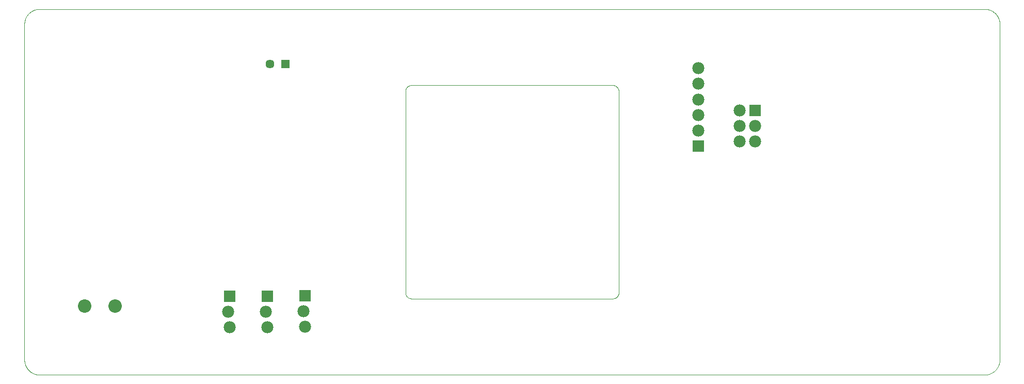
<source format=gbs>
G75*
%MOIN*%
%OFA0B0*%
%FSLAX25Y25*%
%IPPOS*%
%LPD*%
%AMOC8*
5,1,8,0,0,1.08239X$1,22.5*
%
%ADD10C,0.00039*%
%ADD11C,0.00000*%
%ADD12R,0.07800X0.07800*%
%ADD13C,0.07800*%
%ADD14C,0.08668*%
%ADD15R,0.05715X0.05715*%
%ADD16C,0.05715*%
%ADD17R,0.07782X0.07782*%
%ADD18C,0.07782*%
D10*
X0032245Y0014343D02*
X0032245Y0230878D01*
X0032244Y0230878D02*
X0032247Y0231116D01*
X0032255Y0231354D01*
X0032270Y0231591D01*
X0032290Y0231828D01*
X0032316Y0232064D01*
X0032347Y0232300D01*
X0032384Y0232535D01*
X0032427Y0232769D01*
X0032476Y0233002D01*
X0032530Y0233234D01*
X0032590Y0233464D01*
X0032655Y0233693D01*
X0032726Y0233920D01*
X0032802Y0234145D01*
X0032884Y0234368D01*
X0032971Y0234590D01*
X0033063Y0234809D01*
X0033161Y0235026D01*
X0033263Y0235240D01*
X0033371Y0235452D01*
X0033485Y0235662D01*
X0033603Y0235868D01*
X0033726Y0236072D01*
X0033854Y0236272D01*
X0033986Y0236469D01*
X0034124Y0236664D01*
X0034266Y0236854D01*
X0034413Y0237042D01*
X0034564Y0237225D01*
X0034719Y0237405D01*
X0034879Y0237581D01*
X0035043Y0237753D01*
X0035212Y0237922D01*
X0035384Y0238086D01*
X0035560Y0238246D01*
X0035740Y0238401D01*
X0035923Y0238552D01*
X0036111Y0238699D01*
X0036301Y0238841D01*
X0036496Y0238979D01*
X0036693Y0239111D01*
X0036893Y0239239D01*
X0037097Y0239362D01*
X0037303Y0239480D01*
X0037513Y0239594D01*
X0037725Y0239702D01*
X0037939Y0239804D01*
X0038156Y0239902D01*
X0038375Y0239994D01*
X0038597Y0240081D01*
X0038820Y0240163D01*
X0039045Y0240239D01*
X0039272Y0240310D01*
X0039501Y0240375D01*
X0039731Y0240435D01*
X0039963Y0240489D01*
X0040196Y0240538D01*
X0040430Y0240581D01*
X0040665Y0240618D01*
X0040901Y0240649D01*
X0041137Y0240675D01*
X0041374Y0240695D01*
X0041611Y0240710D01*
X0041849Y0240718D01*
X0042087Y0240721D01*
X0042087Y0240720D02*
X0652323Y0240720D01*
X0652323Y0240721D02*
X0652561Y0240718D01*
X0652799Y0240710D01*
X0653036Y0240695D01*
X0653273Y0240675D01*
X0653509Y0240649D01*
X0653745Y0240618D01*
X0653980Y0240581D01*
X0654214Y0240538D01*
X0654447Y0240489D01*
X0654679Y0240435D01*
X0654909Y0240375D01*
X0655138Y0240310D01*
X0655365Y0240239D01*
X0655590Y0240163D01*
X0655813Y0240081D01*
X0656035Y0239994D01*
X0656254Y0239902D01*
X0656471Y0239804D01*
X0656685Y0239702D01*
X0656897Y0239594D01*
X0657107Y0239480D01*
X0657313Y0239362D01*
X0657517Y0239239D01*
X0657717Y0239111D01*
X0657914Y0238979D01*
X0658109Y0238841D01*
X0658299Y0238699D01*
X0658487Y0238552D01*
X0658670Y0238401D01*
X0658850Y0238246D01*
X0659026Y0238086D01*
X0659198Y0237922D01*
X0659367Y0237753D01*
X0659531Y0237581D01*
X0659691Y0237405D01*
X0659846Y0237225D01*
X0659997Y0237042D01*
X0660144Y0236854D01*
X0660286Y0236664D01*
X0660424Y0236469D01*
X0660556Y0236272D01*
X0660684Y0236072D01*
X0660807Y0235868D01*
X0660925Y0235662D01*
X0661039Y0235452D01*
X0661147Y0235240D01*
X0661249Y0235026D01*
X0661347Y0234809D01*
X0661439Y0234590D01*
X0661526Y0234368D01*
X0661608Y0234145D01*
X0661684Y0233920D01*
X0661755Y0233693D01*
X0661820Y0233464D01*
X0661880Y0233234D01*
X0661934Y0233002D01*
X0661983Y0232769D01*
X0662026Y0232535D01*
X0662063Y0232300D01*
X0662094Y0232064D01*
X0662120Y0231828D01*
X0662140Y0231591D01*
X0662155Y0231354D01*
X0662163Y0231116D01*
X0662166Y0230878D01*
X0662166Y0014343D01*
X0662163Y0014105D01*
X0662155Y0013867D01*
X0662140Y0013630D01*
X0662120Y0013393D01*
X0662094Y0013157D01*
X0662063Y0012921D01*
X0662026Y0012686D01*
X0661983Y0012452D01*
X0661934Y0012219D01*
X0661880Y0011987D01*
X0661820Y0011757D01*
X0661755Y0011528D01*
X0661684Y0011301D01*
X0661608Y0011076D01*
X0661526Y0010853D01*
X0661439Y0010631D01*
X0661347Y0010412D01*
X0661249Y0010195D01*
X0661147Y0009981D01*
X0661039Y0009769D01*
X0660925Y0009559D01*
X0660807Y0009353D01*
X0660684Y0009149D01*
X0660556Y0008949D01*
X0660424Y0008752D01*
X0660286Y0008557D01*
X0660144Y0008367D01*
X0659997Y0008179D01*
X0659846Y0007996D01*
X0659691Y0007816D01*
X0659531Y0007640D01*
X0659367Y0007468D01*
X0659198Y0007299D01*
X0659026Y0007135D01*
X0658850Y0006975D01*
X0658670Y0006820D01*
X0658487Y0006669D01*
X0658299Y0006522D01*
X0658109Y0006380D01*
X0657914Y0006242D01*
X0657717Y0006110D01*
X0657517Y0005982D01*
X0657313Y0005859D01*
X0657107Y0005741D01*
X0656897Y0005627D01*
X0656685Y0005519D01*
X0656471Y0005417D01*
X0656254Y0005319D01*
X0656035Y0005227D01*
X0655813Y0005140D01*
X0655590Y0005058D01*
X0655365Y0004982D01*
X0655138Y0004911D01*
X0654909Y0004846D01*
X0654679Y0004786D01*
X0654447Y0004732D01*
X0654214Y0004683D01*
X0653980Y0004640D01*
X0653745Y0004603D01*
X0653509Y0004572D01*
X0653273Y0004546D01*
X0653036Y0004526D01*
X0652799Y0004511D01*
X0652561Y0004503D01*
X0652323Y0004500D01*
X0042087Y0004500D01*
X0041849Y0004503D01*
X0041611Y0004511D01*
X0041374Y0004526D01*
X0041137Y0004546D01*
X0040901Y0004572D01*
X0040665Y0004603D01*
X0040430Y0004640D01*
X0040196Y0004683D01*
X0039963Y0004732D01*
X0039731Y0004786D01*
X0039501Y0004846D01*
X0039272Y0004911D01*
X0039045Y0004982D01*
X0038820Y0005058D01*
X0038597Y0005140D01*
X0038375Y0005227D01*
X0038156Y0005319D01*
X0037939Y0005417D01*
X0037725Y0005519D01*
X0037513Y0005627D01*
X0037303Y0005741D01*
X0037097Y0005859D01*
X0036893Y0005982D01*
X0036693Y0006110D01*
X0036496Y0006242D01*
X0036301Y0006380D01*
X0036111Y0006522D01*
X0035923Y0006669D01*
X0035740Y0006820D01*
X0035560Y0006975D01*
X0035384Y0007135D01*
X0035212Y0007299D01*
X0035043Y0007468D01*
X0034879Y0007640D01*
X0034719Y0007816D01*
X0034564Y0007996D01*
X0034413Y0008179D01*
X0034266Y0008367D01*
X0034124Y0008557D01*
X0033986Y0008752D01*
X0033854Y0008949D01*
X0033726Y0009149D01*
X0033603Y0009353D01*
X0033485Y0009559D01*
X0033371Y0009769D01*
X0033263Y0009981D01*
X0033161Y0010195D01*
X0033063Y0010412D01*
X0032971Y0010631D01*
X0032884Y0010853D01*
X0032802Y0011076D01*
X0032726Y0011301D01*
X0032655Y0011528D01*
X0032590Y0011757D01*
X0032530Y0011987D01*
X0032476Y0012219D01*
X0032427Y0012452D01*
X0032384Y0012686D01*
X0032347Y0012921D01*
X0032316Y0013157D01*
X0032290Y0013393D01*
X0032270Y0013630D01*
X0032255Y0013867D01*
X0032247Y0014105D01*
X0032244Y0014343D01*
D11*
X0278308Y0057650D02*
X0278308Y0187571D01*
X0278310Y0187695D01*
X0278316Y0187818D01*
X0278325Y0187942D01*
X0278339Y0188064D01*
X0278356Y0188187D01*
X0278378Y0188309D01*
X0278403Y0188430D01*
X0278432Y0188550D01*
X0278464Y0188669D01*
X0278501Y0188788D01*
X0278541Y0188905D01*
X0278584Y0189020D01*
X0278632Y0189135D01*
X0278683Y0189247D01*
X0278737Y0189358D01*
X0278795Y0189468D01*
X0278856Y0189575D01*
X0278921Y0189681D01*
X0278989Y0189784D01*
X0279060Y0189885D01*
X0279134Y0189984D01*
X0279211Y0190081D01*
X0279292Y0190175D01*
X0279375Y0190266D01*
X0279461Y0190355D01*
X0279550Y0190441D01*
X0279641Y0190524D01*
X0279735Y0190605D01*
X0279832Y0190682D01*
X0279931Y0190756D01*
X0280032Y0190827D01*
X0280135Y0190895D01*
X0280241Y0190960D01*
X0280348Y0191021D01*
X0280458Y0191079D01*
X0280569Y0191133D01*
X0280681Y0191184D01*
X0280796Y0191232D01*
X0280911Y0191275D01*
X0281028Y0191315D01*
X0281147Y0191352D01*
X0281266Y0191384D01*
X0281386Y0191413D01*
X0281507Y0191438D01*
X0281629Y0191460D01*
X0281752Y0191477D01*
X0281874Y0191491D01*
X0281998Y0191500D01*
X0282121Y0191506D01*
X0282245Y0191508D01*
X0412166Y0191508D01*
X0412290Y0191506D01*
X0412413Y0191500D01*
X0412537Y0191491D01*
X0412659Y0191477D01*
X0412782Y0191460D01*
X0412904Y0191438D01*
X0413025Y0191413D01*
X0413145Y0191384D01*
X0413264Y0191352D01*
X0413383Y0191315D01*
X0413500Y0191275D01*
X0413615Y0191232D01*
X0413730Y0191184D01*
X0413842Y0191133D01*
X0413953Y0191079D01*
X0414063Y0191021D01*
X0414170Y0190960D01*
X0414276Y0190895D01*
X0414379Y0190827D01*
X0414480Y0190756D01*
X0414579Y0190682D01*
X0414676Y0190605D01*
X0414770Y0190524D01*
X0414861Y0190441D01*
X0414950Y0190355D01*
X0415036Y0190266D01*
X0415119Y0190175D01*
X0415200Y0190081D01*
X0415277Y0189984D01*
X0415351Y0189885D01*
X0415422Y0189784D01*
X0415490Y0189681D01*
X0415555Y0189575D01*
X0415616Y0189468D01*
X0415674Y0189358D01*
X0415728Y0189247D01*
X0415779Y0189135D01*
X0415827Y0189020D01*
X0415870Y0188905D01*
X0415910Y0188788D01*
X0415947Y0188669D01*
X0415979Y0188550D01*
X0416008Y0188430D01*
X0416033Y0188309D01*
X0416055Y0188187D01*
X0416072Y0188064D01*
X0416086Y0187942D01*
X0416095Y0187818D01*
X0416101Y0187695D01*
X0416103Y0187571D01*
X0416103Y0057650D01*
X0416101Y0057526D01*
X0416095Y0057403D01*
X0416086Y0057279D01*
X0416072Y0057157D01*
X0416055Y0057034D01*
X0416033Y0056912D01*
X0416008Y0056791D01*
X0415979Y0056671D01*
X0415947Y0056552D01*
X0415910Y0056433D01*
X0415870Y0056316D01*
X0415827Y0056201D01*
X0415779Y0056086D01*
X0415728Y0055974D01*
X0415674Y0055863D01*
X0415616Y0055753D01*
X0415555Y0055646D01*
X0415490Y0055540D01*
X0415422Y0055437D01*
X0415351Y0055336D01*
X0415277Y0055237D01*
X0415200Y0055140D01*
X0415119Y0055046D01*
X0415036Y0054955D01*
X0414950Y0054866D01*
X0414861Y0054780D01*
X0414770Y0054697D01*
X0414676Y0054616D01*
X0414579Y0054539D01*
X0414480Y0054465D01*
X0414379Y0054394D01*
X0414276Y0054326D01*
X0414170Y0054261D01*
X0414063Y0054200D01*
X0413953Y0054142D01*
X0413842Y0054088D01*
X0413730Y0054037D01*
X0413615Y0053989D01*
X0413500Y0053946D01*
X0413383Y0053906D01*
X0413264Y0053869D01*
X0413145Y0053837D01*
X0413025Y0053808D01*
X0412904Y0053783D01*
X0412782Y0053761D01*
X0412659Y0053744D01*
X0412537Y0053730D01*
X0412413Y0053721D01*
X0412290Y0053715D01*
X0412166Y0053713D01*
X0282245Y0053713D01*
X0282121Y0053715D01*
X0281998Y0053721D01*
X0281874Y0053730D01*
X0281752Y0053744D01*
X0281629Y0053761D01*
X0281507Y0053783D01*
X0281386Y0053808D01*
X0281266Y0053837D01*
X0281147Y0053869D01*
X0281028Y0053906D01*
X0280911Y0053946D01*
X0280796Y0053989D01*
X0280681Y0054037D01*
X0280569Y0054088D01*
X0280458Y0054142D01*
X0280348Y0054200D01*
X0280241Y0054261D01*
X0280135Y0054326D01*
X0280032Y0054394D01*
X0279931Y0054465D01*
X0279832Y0054539D01*
X0279735Y0054616D01*
X0279641Y0054697D01*
X0279550Y0054780D01*
X0279461Y0054866D01*
X0279375Y0054955D01*
X0279292Y0055046D01*
X0279211Y0055140D01*
X0279134Y0055237D01*
X0279060Y0055336D01*
X0278989Y0055437D01*
X0278921Y0055540D01*
X0278856Y0055646D01*
X0278795Y0055753D01*
X0278737Y0055863D01*
X0278683Y0055974D01*
X0278632Y0056086D01*
X0278584Y0056201D01*
X0278541Y0056316D01*
X0278501Y0056433D01*
X0278464Y0056552D01*
X0278432Y0056671D01*
X0278403Y0056791D01*
X0278378Y0056912D01*
X0278356Y0057034D01*
X0278339Y0057157D01*
X0278325Y0057279D01*
X0278316Y0057403D01*
X0278310Y0057526D01*
X0278308Y0057650D01*
D12*
X0213545Y0055700D03*
X0189045Y0055300D03*
X0164645Y0055300D03*
D13*
X0163645Y0045300D03*
X0164645Y0035300D03*
X0189045Y0035300D03*
X0188045Y0045300D03*
X0212545Y0045700D03*
X0213545Y0035700D03*
D14*
X0090737Y0049050D03*
X0071052Y0049050D03*
D15*
X0200795Y0205400D03*
D16*
X0190795Y0205400D03*
D17*
X0467445Y0152300D03*
X0504245Y0175100D03*
D18*
X0494245Y0175100D03*
X0494245Y0165100D03*
X0504245Y0165100D03*
X0504245Y0155100D03*
X0494245Y0155100D03*
X0467445Y0162339D03*
X0467445Y0172339D03*
X0467445Y0182339D03*
X0467445Y0192457D03*
X0467445Y0202457D03*
M02*

</source>
